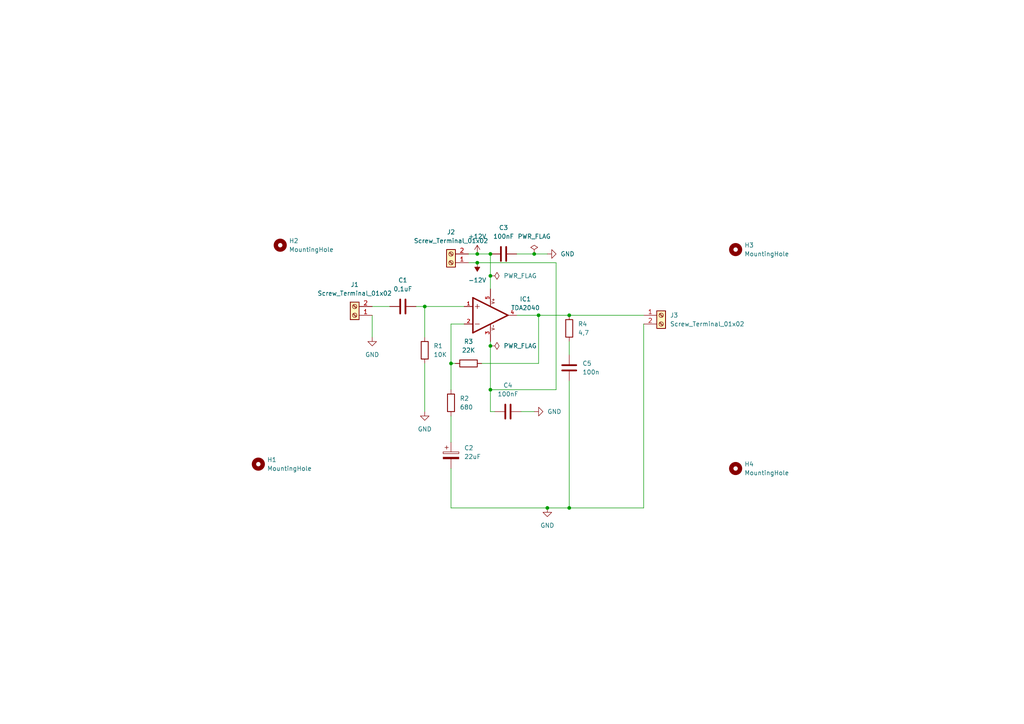
<source format=kicad_sch>
(kicad_sch (version 20211123) (generator eeschema)

  (uuid 74aa2061-4774-4f4e-ae6a-bf63e0f1464b)

  (paper "A4")

  (lib_symbols
    (symbol "Connector:Screw_Terminal_01x02" (pin_names (offset 1.016) hide) (in_bom yes) (on_board yes)
      (property "Reference" "J" (id 0) (at 0 2.54 0)
        (effects (font (size 1.27 1.27)))
      )
      (property "Value" "Screw_Terminal_01x02" (id 1) (at 0 -5.08 0)
        (effects (font (size 1.27 1.27)))
      )
      (property "Footprint" "" (id 2) (at 0 0 0)
        (effects (font (size 1.27 1.27)) hide)
      )
      (property "Datasheet" "~" (id 3) (at 0 0 0)
        (effects (font (size 1.27 1.27)) hide)
      )
      (property "ki_keywords" "screw terminal" (id 4) (at 0 0 0)
        (effects (font (size 1.27 1.27)) hide)
      )
      (property "ki_description" "Generic screw terminal, single row, 01x02, script generated (kicad-library-utils/schlib/autogen/connector/)" (id 5) (at 0 0 0)
        (effects (font (size 1.27 1.27)) hide)
      )
      (property "ki_fp_filters" "TerminalBlock*:*" (id 6) (at 0 0 0)
        (effects (font (size 1.27 1.27)) hide)
      )
      (symbol "Screw_Terminal_01x02_1_1"
        (rectangle (start -1.27 1.27) (end 1.27 -3.81)
          (stroke (width 0.254) (type default) (color 0 0 0 0))
          (fill (type background))
        )
        (circle (center 0 -2.54) (radius 0.635)
          (stroke (width 0.1524) (type default) (color 0 0 0 0))
          (fill (type none))
        )
        (polyline
          (pts
            (xy -0.5334 -2.2098)
            (xy 0.3302 -3.048)
          )
          (stroke (width 0.1524) (type default) (color 0 0 0 0))
          (fill (type none))
        )
        (polyline
          (pts
            (xy -0.5334 0.3302)
            (xy 0.3302 -0.508)
          )
          (stroke (width 0.1524) (type default) (color 0 0 0 0))
          (fill (type none))
        )
        (polyline
          (pts
            (xy -0.3556 -2.032)
            (xy 0.508 -2.8702)
          )
          (stroke (width 0.1524) (type default) (color 0 0 0 0))
          (fill (type none))
        )
        (polyline
          (pts
            (xy -0.3556 0.508)
            (xy 0.508 -0.3302)
          )
          (stroke (width 0.1524) (type default) (color 0 0 0 0))
          (fill (type none))
        )
        (circle (center 0 0) (radius 0.635)
          (stroke (width 0.1524) (type default) (color 0 0 0 0))
          (fill (type none))
        )
        (pin passive line (at -5.08 0 0) (length 3.81)
          (name "Pin_1" (effects (font (size 1.27 1.27))))
          (number "1" (effects (font (size 1.27 1.27))))
        )
        (pin passive line (at -5.08 -2.54 0) (length 3.81)
          (name "Pin_2" (effects (font (size 1.27 1.27))))
          (number "2" (effects (font (size 1.27 1.27))))
        )
      )
    )
    (symbol "Device:C" (pin_numbers hide) (pin_names (offset 0.254)) (in_bom yes) (on_board yes)
      (property "Reference" "C" (id 0) (at 0.635 2.54 0)
        (effects (font (size 1.27 1.27)) (justify left))
      )
      (property "Value" "C" (id 1) (at 0.635 -2.54 0)
        (effects (font (size 1.27 1.27)) (justify left))
      )
      (property "Footprint" "" (id 2) (at 0.9652 -3.81 0)
        (effects (font (size 1.27 1.27)) hide)
      )
      (property "Datasheet" "~" (id 3) (at 0 0 0)
        (effects (font (size 1.27 1.27)) hide)
      )
      (property "ki_keywords" "cap capacitor" (id 4) (at 0 0 0)
        (effects (font (size 1.27 1.27)) hide)
      )
      (property "ki_description" "Unpolarized capacitor" (id 5) (at 0 0 0)
        (effects (font (size 1.27 1.27)) hide)
      )
      (property "ki_fp_filters" "C_*" (id 6) (at 0 0 0)
        (effects (font (size 1.27 1.27)) hide)
      )
      (symbol "C_0_1"
        (polyline
          (pts
            (xy -2.032 -0.762)
            (xy 2.032 -0.762)
          )
          (stroke (width 0.508) (type default) (color 0 0 0 0))
          (fill (type none))
        )
        (polyline
          (pts
            (xy -2.032 0.762)
            (xy 2.032 0.762)
          )
          (stroke (width 0.508) (type default) (color 0 0 0 0))
          (fill (type none))
        )
      )
      (symbol "C_1_1"
        (pin passive line (at 0 3.81 270) (length 2.794)
          (name "~" (effects (font (size 1.27 1.27))))
          (number "1" (effects (font (size 1.27 1.27))))
        )
        (pin passive line (at 0 -3.81 90) (length 2.794)
          (name "~" (effects (font (size 1.27 1.27))))
          (number "2" (effects (font (size 1.27 1.27))))
        )
      )
    )
    (symbol "Device:C_Polarized" (pin_numbers hide) (pin_names (offset 0.254)) (in_bom yes) (on_board yes)
      (property "Reference" "C" (id 0) (at 0.635 2.54 0)
        (effects (font (size 1.27 1.27)) (justify left))
      )
      (property "Value" "C_Polarized" (id 1) (at 0.635 -2.54 0)
        (effects (font (size 1.27 1.27)) (justify left))
      )
      (property "Footprint" "" (id 2) (at 0.9652 -3.81 0)
        (effects (font (size 1.27 1.27)) hide)
      )
      (property "Datasheet" "~" (id 3) (at 0 0 0)
        (effects (font (size 1.27 1.27)) hide)
      )
      (property "ki_keywords" "cap capacitor" (id 4) (at 0 0 0)
        (effects (font (size 1.27 1.27)) hide)
      )
      (property "ki_description" "Polarized capacitor" (id 5) (at 0 0 0)
        (effects (font (size 1.27 1.27)) hide)
      )
      (property "ki_fp_filters" "CP_*" (id 6) (at 0 0 0)
        (effects (font (size 1.27 1.27)) hide)
      )
      (symbol "C_Polarized_0_1"
        (rectangle (start -2.286 0.508) (end 2.286 1.016)
          (stroke (width 0) (type default) (color 0 0 0 0))
          (fill (type none))
        )
        (polyline
          (pts
            (xy -1.778 2.286)
            (xy -0.762 2.286)
          )
          (stroke (width 0) (type default) (color 0 0 0 0))
          (fill (type none))
        )
        (polyline
          (pts
            (xy -1.27 2.794)
            (xy -1.27 1.778)
          )
          (stroke (width 0) (type default) (color 0 0 0 0))
          (fill (type none))
        )
        (rectangle (start 2.286 -0.508) (end -2.286 -1.016)
          (stroke (width 0) (type default) (color 0 0 0 0))
          (fill (type outline))
        )
      )
      (symbol "C_Polarized_1_1"
        (pin passive line (at 0 3.81 270) (length 2.794)
          (name "~" (effects (font (size 1.27 1.27))))
          (number "1" (effects (font (size 1.27 1.27))))
        )
        (pin passive line (at 0 -3.81 90) (length 2.794)
          (name "~" (effects (font (size 1.27 1.27))))
          (number "2" (effects (font (size 1.27 1.27))))
        )
      )
    )
    (symbol "Device:R" (pin_numbers hide) (pin_names (offset 0)) (in_bom yes) (on_board yes)
      (property "Reference" "R" (id 0) (at 2.032 0 90)
        (effects (font (size 1.27 1.27)))
      )
      (property "Value" "R" (id 1) (at 0 0 90)
        (effects (font (size 1.27 1.27)))
      )
      (property "Footprint" "" (id 2) (at -1.778 0 90)
        (effects (font (size 1.27 1.27)) hide)
      )
      (property "Datasheet" "~" (id 3) (at 0 0 0)
        (effects (font (size 1.27 1.27)) hide)
      )
      (property "ki_keywords" "R res resistor" (id 4) (at 0 0 0)
        (effects (font (size 1.27 1.27)) hide)
      )
      (property "ki_description" "Resistor" (id 5) (at 0 0 0)
        (effects (font (size 1.27 1.27)) hide)
      )
      (property "ki_fp_filters" "R_*" (id 6) (at 0 0 0)
        (effects (font (size 1.27 1.27)) hide)
      )
      (symbol "R_0_1"
        (rectangle (start -1.016 -2.54) (end 1.016 2.54)
          (stroke (width 0.254) (type default) (color 0 0 0 0))
          (fill (type none))
        )
      )
      (symbol "R_1_1"
        (pin passive line (at 0 3.81 270) (length 1.27)
          (name "~" (effects (font (size 1.27 1.27))))
          (number "1" (effects (font (size 1.27 1.27))))
        )
        (pin passive line (at 0 -3.81 90) (length 1.27)
          (name "~" (effects (font (size 1.27 1.27))))
          (number "2" (effects (font (size 1.27 1.27))))
        )
      )
    )
    (symbol "Mechanical:MountingHole" (pin_names (offset 1.016)) (in_bom yes) (on_board yes)
      (property "Reference" "H" (id 0) (at 0 5.08 0)
        (effects (font (size 1.27 1.27)))
      )
      (property "Value" "MountingHole" (id 1) (at 0 3.175 0)
        (effects (font (size 1.27 1.27)))
      )
      (property "Footprint" "" (id 2) (at 0 0 0)
        (effects (font (size 1.27 1.27)) hide)
      )
      (property "Datasheet" "~" (id 3) (at 0 0 0)
        (effects (font (size 1.27 1.27)) hide)
      )
      (property "ki_keywords" "mounting hole" (id 4) (at 0 0 0)
        (effects (font (size 1.27 1.27)) hide)
      )
      (property "ki_description" "Mounting Hole without connection" (id 5) (at 0 0 0)
        (effects (font (size 1.27 1.27)) hide)
      )
      (property "ki_fp_filters" "MountingHole*" (id 6) (at 0 0 0)
        (effects (font (size 1.27 1.27)) hide)
      )
      (symbol "MountingHole_0_1"
        (circle (center 0 0) (radius 1.27)
          (stroke (width 1.27) (type default) (color 0 0 0 0))
          (fill (type none))
        )
      )
    )
    (symbol "TDA2040:TDA2040" (pin_names (offset 1.016)) (in_bom yes) (on_board yes)
      (property "Reference" "IC" (id 0) (at 2.5449 3.1812 0)
        (effects (font (size 1.27 1.27)) (justify left bottom))
      )
      (property "Value" "TDA2040" (id 1) (at 2.5406 -5.0812 0)
        (effects (font (size 1.27 1.27)) (justify left bottom))
      )
      (property "Footprint" "CB360" (id 2) (at 0 0 0)
        (effects (font (size 1.27 1.27)) (justify bottom) hide)
      )
      (property "Datasheet" "" (id 3) (at 0 0 0)
        (effects (font (size 1.27 1.27)) hide)
      )
      (symbol "TDA2040_0_0"
        (polyline
          (pts
            (xy -5.08 -5.08)
            (xy 5.08 0)
          )
          (stroke (width 0.4064) (type default) (color 0 0 0 0))
          (fill (type none))
        )
        (polyline
          (pts
            (xy -5.08 5.08)
            (xy -5.08 -5.08)
          )
          (stroke (width 0.4064) (type default) (color 0 0 0 0))
          (fill (type none))
        )
        (polyline
          (pts
            (xy -4.445 -2.54)
            (xy -3.175 -2.54)
          )
          (stroke (width 0.1524) (type default) (color 0 0 0 0))
          (fill (type none))
        )
        (polyline
          (pts
            (xy -4.445 2.54)
            (xy -3.175 2.54)
          )
          (stroke (width 0.1524) (type default) (color 0 0 0 0))
          (fill (type none))
        )
        (polyline
          (pts
            (xy -3.81 3.175)
            (xy -3.81 1.905)
          )
          (stroke (width 0.1524) (type default) (color 0 0 0 0))
          (fill (type none))
        )
        (polyline
          (pts
            (xy 5.08 0)
            (xy -5.08 5.08)
          )
          (stroke (width 0.4064) (type default) (color 0 0 0 0))
          (fill (type none))
        )
        (text "V+" (at 1.2706 3.1765 900)
          (effects (font (size 0.8132 0.8132)) (justify left bottom))
        )
        (text "V-" (at 1.2719 -4.4518 900)
          (effects (font (size 0.814 0.814)) (justify left bottom))
        )
        (pin input line (at -7.62 2.54 0) (length 2.54)
          (name "~" (effects (font (size 1.016 1.016))))
          (number "1" (effects (font (size 1.016 1.016))))
        )
        (pin input line (at -7.62 -2.54 0) (length 2.54)
          (name "~" (effects (font (size 1.016 1.016))))
          (number "2" (effects (font (size 1.016 1.016))))
        )
        (pin power_in line (at 0 -7.62 90) (length 5.08)
          (name "~" (effects (font (size 1.016 1.016))))
          (number "3" (effects (font (size 1.016 1.016))))
        )
        (pin output line (at 7.62 0 180) (length 2.54)
          (name "~" (effects (font (size 1.016 1.016))))
          (number "4" (effects (font (size 1.016 1.016))))
        )
        (pin power_in line (at 0 7.62 270) (length 5.08)
          (name "~" (effects (font (size 1.016 1.016))))
          (number "5" (effects (font (size 1.016 1.016))))
        )
      )
    )
    (symbol "power:+12V" (power) (pin_names (offset 0)) (in_bom yes) (on_board yes)
      (property "Reference" "#PWR" (id 0) (at 0 -3.81 0)
        (effects (font (size 1.27 1.27)) hide)
      )
      (property "Value" "+12V" (id 1) (at 0 3.556 0)
        (effects (font (size 1.27 1.27)))
      )
      (property "Footprint" "" (id 2) (at 0 0 0)
        (effects (font (size 1.27 1.27)) hide)
      )
      (property "Datasheet" "" (id 3) (at 0 0 0)
        (effects (font (size 1.27 1.27)) hide)
      )
      (property "ki_keywords" "power-flag" (id 4) (at 0 0 0)
        (effects (font (size 1.27 1.27)) hide)
      )
      (property "ki_description" "Power symbol creates a global label with name \"+12V\"" (id 5) (at 0 0 0)
        (effects (font (size 1.27 1.27)) hide)
      )
      (symbol "+12V_0_1"
        (polyline
          (pts
            (xy -0.762 1.27)
            (xy 0 2.54)
          )
          (stroke (width 0) (type default) (color 0 0 0 0))
          (fill (type none))
        )
        (polyline
          (pts
            (xy 0 0)
            (xy 0 2.54)
          )
          (stroke (width 0) (type default) (color 0 0 0 0))
          (fill (type none))
        )
        (polyline
          (pts
            (xy 0 2.54)
            (xy 0.762 1.27)
          )
          (stroke (width 0) (type default) (color 0 0 0 0))
          (fill (type none))
        )
      )
      (symbol "+12V_1_1"
        (pin power_in line (at 0 0 90) (length 0) hide
          (name "+12V" (effects (font (size 1.27 1.27))))
          (number "1" (effects (font (size 1.27 1.27))))
        )
      )
    )
    (symbol "power:-12V" (power) (pin_names (offset 0)) (in_bom yes) (on_board yes)
      (property "Reference" "#PWR" (id 0) (at 0 2.54 0)
        (effects (font (size 1.27 1.27)) hide)
      )
      (property "Value" "-12V" (id 1) (at 0 3.81 0)
        (effects (font (size 1.27 1.27)))
      )
      (property "Footprint" "" (id 2) (at 0 0 0)
        (effects (font (size 1.27 1.27)) hide)
      )
      (property "Datasheet" "" (id 3) (at 0 0 0)
        (effects (font (size 1.27 1.27)) hide)
      )
      (property "ki_keywords" "power-flag" (id 4) (at 0 0 0)
        (effects (font (size 1.27 1.27)) hide)
      )
      (property "ki_description" "Power symbol creates a global label with name \"-12V\"" (id 5) (at 0 0 0)
        (effects (font (size 1.27 1.27)) hide)
      )
      (symbol "-12V_0_0"
        (pin power_in line (at 0 0 90) (length 0) hide
          (name "-12V" (effects (font (size 1.27 1.27))))
          (number "1" (effects (font (size 1.27 1.27))))
        )
      )
      (symbol "-12V_0_1"
        (polyline
          (pts
            (xy 0 0)
            (xy 0 1.27)
            (xy 0.762 1.27)
            (xy 0 2.54)
            (xy -0.762 1.27)
            (xy 0 1.27)
          )
          (stroke (width 0) (type default) (color 0 0 0 0))
          (fill (type outline))
        )
      )
    )
    (symbol "power:GND" (power) (pin_names (offset 0)) (in_bom yes) (on_board yes)
      (property "Reference" "#PWR" (id 0) (at 0 -6.35 0)
        (effects (font (size 1.27 1.27)) hide)
      )
      (property "Value" "GND" (id 1) (at 0 -3.81 0)
        (effects (font (size 1.27 1.27)))
      )
      (property "Footprint" "" (id 2) (at 0 0 0)
        (effects (font (size 1.27 1.27)) hide)
      )
      (property "Datasheet" "" (id 3) (at 0 0 0)
        (effects (font (size 1.27 1.27)) hide)
      )
      (property "ki_keywords" "power-flag" (id 4) (at 0 0 0)
        (effects (font (size 1.27 1.27)) hide)
      )
      (property "ki_description" "Power symbol creates a global label with name \"GND\" , ground" (id 5) (at 0 0 0)
        (effects (font (size 1.27 1.27)) hide)
      )
      (symbol "GND_0_1"
        (polyline
          (pts
            (xy 0 0)
            (xy 0 -1.27)
            (xy 1.27 -1.27)
            (xy 0 -2.54)
            (xy -1.27 -1.27)
            (xy 0 -1.27)
          )
          (stroke (width 0) (type default) (color 0 0 0 0))
          (fill (type none))
        )
      )
      (symbol "GND_1_1"
        (pin power_in line (at 0 0 270) (length 0) hide
          (name "GND" (effects (font (size 1.27 1.27))))
          (number "1" (effects (font (size 1.27 1.27))))
        )
      )
    )
    (symbol "power:PWR_FLAG" (power) (pin_numbers hide) (pin_names (offset 0) hide) (in_bom yes) (on_board yes)
      (property "Reference" "#FLG" (id 0) (at 0 1.905 0)
        (effects (font (size 1.27 1.27)) hide)
      )
      (property "Value" "PWR_FLAG" (id 1) (at 0 3.81 0)
        (effects (font (size 1.27 1.27)))
      )
      (property "Footprint" "" (id 2) (at 0 0 0)
        (effects (font (size 1.27 1.27)) hide)
      )
      (property "Datasheet" "~" (id 3) (at 0 0 0)
        (effects (font (size 1.27 1.27)) hide)
      )
      (property "ki_keywords" "power-flag" (id 4) (at 0 0 0)
        (effects (font (size 1.27 1.27)) hide)
      )
      (property "ki_description" "Special symbol for telling ERC where power comes from" (id 5) (at 0 0 0)
        (effects (font (size 1.27 1.27)) hide)
      )
      (symbol "PWR_FLAG_0_0"
        (pin power_out line (at 0 0 90) (length 0)
          (name "pwr" (effects (font (size 1.27 1.27))))
          (number "1" (effects (font (size 1.27 1.27))))
        )
      )
      (symbol "PWR_FLAG_0_1"
        (polyline
          (pts
            (xy 0 0)
            (xy 0 1.27)
            (xy -1.016 1.905)
            (xy 0 2.54)
            (xy 1.016 1.905)
            (xy 0 1.27)
          )
          (stroke (width 0) (type default) (color 0 0 0 0))
          (fill (type none))
        )
      )
    )
  )

  (junction (at 158.75 147.32) (diameter 0) (color 0 0 0 0)
    (uuid 2dfc4cbc-fa2c-451a-ac4e-f6697f9bc291)
  )
  (junction (at 165.1 147.32) (diameter 0) (color 0 0 0 0)
    (uuid 3f6fe67f-e130-4bc8-a221-4b2655d9a50a)
  )
  (junction (at 142.24 100.33) (diameter 0) (color 0 0 0 0)
    (uuid 42a137c2-7ac7-40c6-91cf-0c22a4079408)
  )
  (junction (at 154.94 73.66) (diameter 0) (color 0 0 0 0)
    (uuid 450d2e0b-6f40-4a9f-98d3-e5b92b63a822)
  )
  (junction (at 142.24 73.66) (diameter 0) (color 0 0 0 0)
    (uuid 654032c3-98ca-4682-ad7b-dd9bbeb5d485)
  )
  (junction (at 165.1 91.44) (diameter 0) (color 0 0 0 0)
    (uuid 6bc6af37-e688-480b-bc02-0b9cbe3d94a6)
  )
  (junction (at 138.43 76.2) (diameter 0) (color 0 0 0 0)
    (uuid a610a017-7146-4f7f-85ac-85e362d2fba1)
  )
  (junction (at 142.24 80.01) (diameter 0) (color 0 0 0 0)
    (uuid c1cf70b9-5d03-44e7-85c1-c1e9e4926882)
  )
  (junction (at 156.21 91.44) (diameter 0) (color 0 0 0 0)
    (uuid db93277d-f0c2-4c02-a2fa-00ea006e35e1)
  )
  (junction (at 138.43 73.66) (diameter 0) (color 0 0 0 0)
    (uuid eeccfc6d-dcad-48a4-a96c-63cb466c0a35)
  )
  (junction (at 123.19 88.9) (diameter 0) (color 0 0 0 0)
    (uuid f54e0a7f-88e5-4acf-abb9-82d924df8f95)
  )
  (junction (at 130.81 105.41) (diameter 0) (color 0 0 0 0)
    (uuid f8d5bf2a-aefd-4e60-8991-aa6fbee0a41d)
  )
  (junction (at 142.24 113.03) (diameter 0) (color 0 0 0 0)
    (uuid fe419de3-8251-4715-add0-539a571a1959)
  )

  (wire (pts (xy 130.81 147.32) (xy 158.75 147.32))
    (stroke (width 0) (type default) (color 0 0 0 0))
    (uuid 048869c4-8d51-46b0-8324-5332fb916326)
  )
  (wire (pts (xy 156.21 91.44) (xy 149.86 91.44))
    (stroke (width 0) (type default) (color 0 0 0 0))
    (uuid 1497c4ec-29cf-4091-b8d5-0d425051e714)
  )
  (wire (pts (xy 135.89 76.2) (xy 138.43 76.2))
    (stroke (width 0) (type default) (color 0 0 0 0))
    (uuid 21da4de7-f3a9-4fea-adcc-42ea85c3e2ae)
  )
  (wire (pts (xy 130.81 105.41) (xy 130.81 113.03))
    (stroke (width 0) (type default) (color 0 0 0 0))
    (uuid 23772742-2897-4ed1-b5e4-dcfcbf7f74a2)
  )
  (wire (pts (xy 135.89 73.66) (xy 138.43 73.66))
    (stroke (width 0) (type default) (color 0 0 0 0))
    (uuid 2515230c-0dfa-4ca8-8d41-f5142b6ea3c4)
  )
  (wire (pts (xy 151.13 119.38) (xy 154.94 119.38))
    (stroke (width 0) (type default) (color 0 0 0 0))
    (uuid 2cdf74fe-8e8d-422a-9504-4dafce1b09f8)
  )
  (wire (pts (xy 107.95 91.44) (xy 107.95 97.79))
    (stroke (width 0) (type default) (color 0 0 0 0))
    (uuid 2f5594f9-98dd-4c0c-9a00-d30840a8fc38)
  )
  (wire (pts (xy 186.69 93.98) (xy 186.69 147.32))
    (stroke (width 0) (type default) (color 0 0 0 0))
    (uuid 3126693f-5578-42ec-8800-0fa01051f6d6)
  )
  (wire (pts (xy 123.19 88.9) (xy 123.19 97.79))
    (stroke (width 0) (type default) (color 0 0 0 0))
    (uuid 35138bd7-6517-4a0b-94d0-8ef048ac326c)
  )
  (wire (pts (xy 186.69 147.32) (xy 165.1 147.32))
    (stroke (width 0) (type default) (color 0 0 0 0))
    (uuid 367b90f5-ef40-463e-9f6a-940935c6498d)
  )
  (wire (pts (xy 156.21 91.44) (xy 165.1 91.44))
    (stroke (width 0) (type default) (color 0 0 0 0))
    (uuid 40651711-ee4a-4a1c-8c71-53fd5f5d3fab)
  )
  (wire (pts (xy 123.19 88.9) (xy 134.62 88.9))
    (stroke (width 0) (type default) (color 0 0 0 0))
    (uuid 4b2ba14f-1329-4025-a68f-3966d7a80fc0)
  )
  (wire (pts (xy 142.24 73.66) (xy 142.24 80.01))
    (stroke (width 0) (type default) (color 0 0 0 0))
    (uuid 4cdfb1ef-d779-4d7f-8a8a-22cb74102269)
  )
  (wire (pts (xy 130.81 105.41) (xy 130.81 93.98))
    (stroke (width 0) (type default) (color 0 0 0 0))
    (uuid 4df25cea-27de-4c01-8abc-de85b50c8a15)
  )
  (wire (pts (xy 120.65 88.9) (xy 123.19 88.9))
    (stroke (width 0) (type default) (color 0 0 0 0))
    (uuid 4f219311-6ed1-48d4-bd1b-12bf3f6f8c8d)
  )
  (wire (pts (xy 142.24 80.01) (xy 142.24 83.82))
    (stroke (width 0) (type default) (color 0 0 0 0))
    (uuid 594e13bc-36ba-44e0-9c9a-fec47dceb04a)
  )
  (wire (pts (xy 165.1 91.44) (xy 186.69 91.44))
    (stroke (width 0) (type default) (color 0 0 0 0))
    (uuid 65a3b024-ad4b-4599-bdd5-5deb028a5569)
  )
  (wire (pts (xy 138.43 73.66) (xy 142.24 73.66))
    (stroke (width 0) (type default) (color 0 0 0 0))
    (uuid 6d6b6179-4faf-42aa-ae83-a67a2625dd6b)
  )
  (wire (pts (xy 156.21 105.41) (xy 156.21 91.44))
    (stroke (width 0) (type default) (color 0 0 0 0))
    (uuid 6f3736b8-f79c-4c31-8041-cbaeb78da471)
  )
  (wire (pts (xy 123.19 105.41) (xy 123.19 119.38))
    (stroke (width 0) (type default) (color 0 0 0 0))
    (uuid 7186ab8c-8940-4943-a4e3-0bed6b39fb92)
  )
  (wire (pts (xy 142.24 100.33) (xy 142.24 113.03))
    (stroke (width 0) (type default) (color 0 0 0 0))
    (uuid 86bcfab0-eb81-455f-b51f-28ffb619c8bf)
  )
  (wire (pts (xy 139.7 105.41) (xy 156.21 105.41))
    (stroke (width 0) (type default) (color 0 0 0 0))
    (uuid 8c7c4440-b06a-40e3-969a-0adb6af0fd57)
  )
  (wire (pts (xy 130.81 135.89) (xy 130.81 147.32))
    (stroke (width 0) (type default) (color 0 0 0 0))
    (uuid 99731ed4-f3b1-4377-b9a6-78becae5917a)
  )
  (wire (pts (xy 142.24 99.06) (xy 142.24 100.33))
    (stroke (width 0) (type default) (color 0 0 0 0))
    (uuid 9aaa23d8-8f90-476b-ba8f-c5c35a1af27d)
  )
  (wire (pts (xy 132.08 105.41) (xy 130.81 105.41))
    (stroke (width 0) (type default) (color 0 0 0 0))
    (uuid a41a7d38-d998-4f7d-863e-3873bd9666e3)
  )
  (wire (pts (xy 130.81 120.65) (xy 130.81 128.27))
    (stroke (width 0) (type default) (color 0 0 0 0))
    (uuid a7d5494d-9f59-4f88-8210-49e589cd95f8)
  )
  (wire (pts (xy 149.86 73.66) (xy 154.94 73.66))
    (stroke (width 0) (type default) (color 0 0 0 0))
    (uuid aef27360-331b-4ef9-a94d-6990249407fc)
  )
  (wire (pts (xy 142.24 113.03) (xy 142.24 119.38))
    (stroke (width 0) (type default) (color 0 0 0 0))
    (uuid b5db6efb-bc8d-4cd4-b25d-daf41f4aafa4)
  )
  (wire (pts (xy 154.94 73.66) (xy 158.75 73.66))
    (stroke (width 0) (type default) (color 0 0 0 0))
    (uuid b79b160f-24a6-4d43-b734-4332481baa7e)
  )
  (wire (pts (xy 143.51 119.38) (xy 142.24 119.38))
    (stroke (width 0) (type default) (color 0 0 0 0))
    (uuid ce4b725c-8f0f-4ba6-96bb-41afca3965e4)
  )
  (wire (pts (xy 165.1 147.32) (xy 158.75 147.32))
    (stroke (width 0) (type default) (color 0 0 0 0))
    (uuid ddebed10-1aaa-4da7-9d75-738691730298)
  )
  (wire (pts (xy 161.29 76.2) (xy 161.29 113.03))
    (stroke (width 0) (type default) (color 0 0 0 0))
    (uuid e36fda00-9660-4efd-8eca-3f16ecbff8a8)
  )
  (wire (pts (xy 165.1 99.06) (xy 165.1 102.87))
    (stroke (width 0) (type default) (color 0 0 0 0))
    (uuid e5fdaf9d-e868-4ff6-9542-9915b79abdbe)
  )
  (wire (pts (xy 165.1 110.49) (xy 165.1 147.32))
    (stroke (width 0) (type default) (color 0 0 0 0))
    (uuid e878a90a-c275-4403-abbd-7e2340bcc970)
  )
  (wire (pts (xy 107.95 88.9) (xy 113.03 88.9))
    (stroke (width 0) (type default) (color 0 0 0 0))
    (uuid eb515927-9fee-41c8-93f6-9fea47112486)
  )
  (wire (pts (xy 138.43 76.2) (xy 161.29 76.2))
    (stroke (width 0) (type default) (color 0 0 0 0))
    (uuid eeed88c0-cd89-439e-989c-a1b8272265bd)
  )
  (wire (pts (xy 130.81 93.98) (xy 134.62 93.98))
    (stroke (width 0) (type default) (color 0 0 0 0))
    (uuid f04b0df6-c9b7-4639-a279-fc469ed4937d)
  )
  (wire (pts (xy 142.24 113.03) (xy 161.29 113.03))
    (stroke (width 0) (type default) (color 0 0 0 0))
    (uuid f25965c5-2aba-4979-a3cd-a64b34f71332)
  )

  (symbol (lib_id "Mechanical:MountingHole") (at 213.36 135.89 0) (unit 1)
    (in_bom yes) (on_board yes) (fields_autoplaced)
    (uuid 043f329d-45dd-453f-8171-b0ca1cbe0ecf)
    (property "Reference" "H4" (id 0) (at 215.9 134.6199 0)
      (effects (font (size 1.27 1.27)) (justify left))
    )
    (property "Value" "MountingHole" (id 1) (at 215.9 137.1599 0)
      (effects (font (size 1.27 1.27)) (justify left))
    )
    (property "Footprint" "MountingHole:MountingHole_2.2mm_M2_DIN965_Pad" (id 2) (at 213.36 135.89 0)
      (effects (font (size 1.27 1.27)) hide)
    )
    (property "Datasheet" "~" (id 3) (at 213.36 135.89 0)
      (effects (font (size 1.27 1.27)) hide)
    )
  )

  (symbol (lib_id "power:GND") (at 158.75 73.66 90) (unit 1)
    (in_bom yes) (on_board yes) (fields_autoplaced)
    (uuid 1acfeea1-0f5b-47b7-af35-030ec82a8137)
    (property "Reference" "#PWR04" (id 0) (at 165.1 73.66 0)
      (effects (font (size 1.27 1.27)) hide)
    )
    (property "Value" "GND" (id 1) (at 162.56 73.6599 90)
      (effects (font (size 1.27 1.27)) (justify right))
    )
    (property "Footprint" "" (id 2) (at 158.75 73.66 0)
      (effects (font (size 1.27 1.27)) hide)
    )
    (property "Datasheet" "" (id 3) (at 158.75 73.66 0)
      (effects (font (size 1.27 1.27)) hide)
    )
    (pin "1" (uuid 167c42aa-efcd-4e29-96f9-1ebd64efa03f))
  )

  (symbol (lib_id "Device:C") (at 147.32 119.38 270) (unit 1)
    (in_bom yes) (on_board yes) (fields_autoplaced)
    (uuid 21fadd48-cda6-429a-bed5-af149e036853)
    (property "Reference" "C4" (id 0) (at 147.32 111.76 90))
    (property "Value" "100nF" (id 1) (at 147.32 114.3 90))
    (property "Footprint" "Capacitor_SMD:C_0201_0603Metric" (id 2) (at 143.51 120.3452 0)
      (effects (font (size 1.27 1.27)) hide)
    )
    (property "Datasheet" "~" (id 3) (at 147.32 119.38 0)
      (effects (font (size 1.27 1.27)) hide)
    )
    (pin "1" (uuid 7249a2b9-dfcb-4f09-9223-5463598eab19))
    (pin "2" (uuid a6990e02-c943-4a06-a590-9fe89667578b))
  )

  (symbol (lib_id "Device:C") (at 165.1 106.68 0) (unit 1)
    (in_bom yes) (on_board yes) (fields_autoplaced)
    (uuid 26e76184-b905-4e5e-9699-13ae59514202)
    (property "Reference" "C5" (id 0) (at 168.91 105.4099 0)
      (effects (font (size 1.27 1.27)) (justify left))
    )
    (property "Value" "100n" (id 1) (at 168.91 107.9499 0)
      (effects (font (size 1.27 1.27)) (justify left))
    )
    (property "Footprint" "Capacitor_SMD:C_0201_0603Metric" (id 2) (at 166.0652 110.49 0)
      (effects (font (size 1.27 1.27)) hide)
    )
    (property "Datasheet" "~" (id 3) (at 165.1 106.68 0)
      (effects (font (size 1.27 1.27)) hide)
    )
    (pin "1" (uuid 32392738-17af-4840-bc94-485ebe2ffc1f))
    (pin "2" (uuid 3e0edd35-5cfb-4b9a-bb7a-ca011e5e3603))
  )

  (symbol (lib_id "power:GND") (at 107.95 97.79 0) (unit 1)
    (in_bom yes) (on_board yes) (fields_autoplaced)
    (uuid 313efa2d-4d89-492f-9d33-e3884fde23c2)
    (property "Reference" "#PWR01" (id 0) (at 107.95 104.14 0)
      (effects (font (size 1.27 1.27)) hide)
    )
    (property "Value" "GND" (id 1) (at 107.95 102.87 0))
    (property "Footprint" "" (id 2) (at 107.95 97.79 0)
      (effects (font (size 1.27 1.27)) hide)
    )
    (property "Datasheet" "" (id 3) (at 107.95 97.79 0)
      (effects (font (size 1.27 1.27)) hide)
    )
    (pin "1" (uuid 62683c09-eba6-4e83-a177-b0cd07cf733c))
  )

  (symbol (lib_id "Device:R") (at 165.1 95.25 0) (unit 1)
    (in_bom yes) (on_board yes) (fields_autoplaced)
    (uuid 38ccde52-273a-4675-99e0-ddbb7066a57c)
    (property "Reference" "R4" (id 0) (at 167.64 93.9799 0)
      (effects (font (size 1.27 1.27)) (justify left))
    )
    (property "Value" "4,7" (id 1) (at 167.64 96.5199 0)
      (effects (font (size 1.27 1.27)) (justify left))
    )
    (property "Footprint" "Resistor_SMD:R_0201_0603Metric_Pad0.64x0.40mm_HandSolder" (id 2) (at 163.322 95.25 90)
      (effects (font (size 1.27 1.27)) hide)
    )
    (property "Datasheet" "~" (id 3) (at 165.1 95.25 0)
      (effects (font (size 1.27 1.27)) hide)
    )
    (pin "1" (uuid a1216b01-51fe-44ac-9010-d2b9fc721c02))
    (pin "2" (uuid 775b5235-6288-4798-9c57-1152a93926db))
  )

  (symbol (lib_id "power:GND") (at 123.19 119.38 0) (unit 1)
    (in_bom yes) (on_board yes) (fields_autoplaced)
    (uuid 44c83899-0343-4985-a817-4ad43ce8a5ec)
    (property "Reference" "#PWR02" (id 0) (at 123.19 125.73 0)
      (effects (font (size 1.27 1.27)) hide)
    )
    (property "Value" "GND" (id 1) (at 123.19 124.46 0))
    (property "Footprint" "" (id 2) (at 123.19 119.38 0)
      (effects (font (size 1.27 1.27)) hide)
    )
    (property "Datasheet" "" (id 3) (at 123.19 119.38 0)
      (effects (font (size 1.27 1.27)) hide)
    )
    (pin "1" (uuid 32c6d625-f76e-4d2f-9a9c-09cd7ddcb357))
  )

  (symbol (lib_id "Device:R") (at 135.89 105.41 90) (unit 1)
    (in_bom yes) (on_board yes) (fields_autoplaced)
    (uuid 5006fd71-7707-4db4-9d2f-bdaa025f99f1)
    (property "Reference" "R3" (id 0) (at 135.89 99.06 90))
    (property "Value" "22K" (id 1) (at 135.89 101.6 90))
    (property "Footprint" "Resistor_SMD:R_0201_0603Metric" (id 2) (at 135.89 107.188 90)
      (effects (font (size 1.27 1.27)) hide)
    )
    (property "Datasheet" "~" (id 3) (at 135.89 105.41 0)
      (effects (font (size 1.27 1.27)) hide)
    )
    (pin "1" (uuid 139f9c91-982c-44df-b4e2-f37394af4efc))
    (pin "2" (uuid b05f4a83-3f4d-4196-af75-673cea684aa7))
  )

  (symbol (lib_id "Device:C") (at 116.84 88.9 270) (unit 1)
    (in_bom yes) (on_board yes) (fields_autoplaced)
    (uuid 595d3915-4ef0-4f01-82f9-041ac566e67f)
    (property "Reference" "C1" (id 0) (at 116.84 81.28 90))
    (property "Value" "0,1uF" (id 1) (at 116.84 83.82 90))
    (property "Footprint" "Capacitor_SMD:C_0402_1005Metric" (id 2) (at 113.03 89.8652 0)
      (effects (font (size 1.27 1.27)) hide)
    )
    (property "Datasheet" "~" (id 3) (at 116.84 88.9 0)
      (effects (font (size 1.27 1.27)) hide)
    )
    (pin "1" (uuid 6ae69c39-e1a2-47c3-a7ef-1b9a45e9c370))
    (pin "2" (uuid 1d8b56c0-c7ed-4bc6-8481-b6d58cd21f6c))
  )

  (symbol (lib_id "power:GND") (at 158.75 147.32 0) (unit 1)
    (in_bom yes) (on_board yes) (fields_autoplaced)
    (uuid 5ca18b50-e210-4357-93ca-e0f1a6c0e0e7)
    (property "Reference" "#PWR05" (id 0) (at 158.75 153.67 0)
      (effects (font (size 1.27 1.27)) hide)
    )
    (property "Value" "GND" (id 1) (at 158.75 152.4 0))
    (property "Footprint" "" (id 2) (at 158.75 147.32 0)
      (effects (font (size 1.27 1.27)) hide)
    )
    (property "Datasheet" "" (id 3) (at 158.75 147.32 0)
      (effects (font (size 1.27 1.27)) hide)
    )
    (pin "1" (uuid 06b3cf07-0096-4a6b-bd55-2352fe0b4540))
  )

  (symbol (lib_id "Device:C_Polarized") (at 130.81 132.08 0) (unit 1)
    (in_bom yes) (on_board yes) (fields_autoplaced)
    (uuid 609ba08b-ccd7-4a1c-b868-d27669ba8f63)
    (property "Reference" "C2" (id 0) (at 134.62 129.9209 0)
      (effects (font (size 1.27 1.27)) (justify left))
    )
    (property "Value" "22uF" (id 1) (at 134.62 132.4609 0)
      (effects (font (size 1.27 1.27)) (justify left))
    )
    (property "Footprint" "Capacitor_SMD:CP_Elec_3x5.3" (id 2) (at 131.7752 135.89 0)
      (effects (font (size 1.27 1.27)) hide)
    )
    (property "Datasheet" "~" (id 3) (at 130.81 132.08 0)
      (effects (font (size 1.27 1.27)) hide)
    )
    (pin "1" (uuid 9ad6c74a-107e-45b6-b657-17785bcb2291))
    (pin "2" (uuid 463d4a36-b7cf-445c-af3e-f0e94d4d74c2))
  )

  (symbol (lib_id "power:+12V") (at 138.43 73.66 0) (unit 1)
    (in_bom yes) (on_board yes) (fields_autoplaced)
    (uuid 675886e3-1505-4b90-8f20-84d208d1c640)
    (property "Reference" "#PWR?" (id 0) (at 138.43 77.47 0)
      (effects (font (size 1.27 1.27)) hide)
    )
    (property "Value" "+12V" (id 1) (at 138.43 68.58 0))
    (property "Footprint" "" (id 2) (at 138.43 73.66 0)
      (effects (font (size 1.27 1.27)) hide)
    )
    (property "Datasheet" "" (id 3) (at 138.43 73.66 0)
      (effects (font (size 1.27 1.27)) hide)
    )
    (pin "1" (uuid 1de961f2-99ca-474b-80bf-4abed231690e))
  )

  (symbol (lib_id "TDA2040:TDA2040") (at 142.24 91.44 0) (unit 1)
    (in_bom yes) (on_board yes) (fields_autoplaced)
    (uuid 6f9b5527-2760-475a-9cc5-ce1f41380489)
    (property "Reference" "IC1" (id 0) (at 152.4 86.741 0))
    (property "Value" "TDA2040" (id 1) (at 152.4 89.281 0))
    (property "Footprint" "TDA2040:CB360" (id 2) (at 142.24 91.44 0)
      (effects (font (size 1.27 1.27)) (justify bottom) hide)
    )
    (property "Datasheet" "" (id 3) (at 142.24 91.44 0)
      (effects (font (size 1.27 1.27)) hide)
    )
    (pin "1" (uuid cd25c726-8692-4653-a9c9-9fe9c786b270))
    (pin "2" (uuid d7506cc7-7281-435c-824a-f2c390dac8b0))
    (pin "3" (uuid 21bc79a5-73d9-4d69-bbb7-0ca84e86324f))
    (pin "4" (uuid 044ba672-c278-45b8-9ecd-c2b5db23e3d9))
    (pin "5" (uuid a75e5154-0b19-4cb2-beca-508f210c3909))
  )

  (symbol (lib_id "power:PWR_FLAG") (at 142.24 100.33 270) (unit 1)
    (in_bom yes) (on_board yes) (fields_autoplaced)
    (uuid 756374cd-9b9f-4ad9-9ad8-eede53414632)
    (property "Reference" "#FLG0101" (id 0) (at 144.145 100.33 0)
      (effects (font (size 1.27 1.27)) hide)
    )
    (property "Value" "PWR_FLAG" (id 1) (at 146.05 100.3299 90)
      (effects (font (size 1.27 1.27)) (justify left))
    )
    (property "Footprint" "" (id 2) (at 142.24 100.33 0)
      (effects (font (size 1.27 1.27)) hide)
    )
    (property "Datasheet" "~" (id 3) (at 142.24 100.33 0)
      (effects (font (size 1.27 1.27)) hide)
    )
    (pin "1" (uuid 021c3a54-7e51-48a2-95ed-16747f950ac9))
  )

  (symbol (lib_id "Device:C") (at 146.05 73.66 270) (unit 1)
    (in_bom yes) (on_board yes) (fields_autoplaced)
    (uuid 7c2d3dfb-1cdb-4f73-9e59-54f60300fbd0)
    (property "Reference" "C3" (id 0) (at 146.05 66.04 90))
    (property "Value" "100nF" (id 1) (at 146.05 68.58 90))
    (property "Footprint" "Capacitor_SMD:C_0201_0603Metric" (id 2) (at 142.24 74.6252 0)
      (effects (font (size 1.27 1.27)) hide)
    )
    (property "Datasheet" "~" (id 3) (at 146.05 73.66 0)
      (effects (font (size 1.27 1.27)) hide)
    )
    (pin "1" (uuid a8955a65-9245-4581-9401-a42fa864b514))
    (pin "2" (uuid f35c3889-d4cc-49a8-b7c2-fa70a4240cc2))
  )

  (symbol (lib_id "power:PWR_FLAG") (at 142.24 80.01 270) (unit 1)
    (in_bom yes) (on_board yes) (fields_autoplaced)
    (uuid 8de44971-8832-402c-9937-bcb38ff30926)
    (property "Reference" "#FLG0102" (id 0) (at 144.145 80.01 0)
      (effects (font (size 1.27 1.27)) hide)
    )
    (property "Value" "PWR_FLAG" (id 1) (at 146.05 80.0099 90)
      (effects (font (size 1.27 1.27)) (justify left))
    )
    (property "Footprint" "" (id 2) (at 142.24 80.01 0)
      (effects (font (size 1.27 1.27)) hide)
    )
    (property "Datasheet" "~" (id 3) (at 142.24 80.01 0)
      (effects (font (size 1.27 1.27)) hide)
    )
    (pin "1" (uuid 0ef0c65c-f7fa-4d9f-8866-f59b127227b8))
  )

  (symbol (lib_id "power:PWR_FLAG") (at 154.94 73.66 0) (unit 1)
    (in_bom yes) (on_board yes) (fields_autoplaced)
    (uuid 98d25f26-6eba-4d5e-b6fa-80b570a70703)
    (property "Reference" "#FLG0103" (id 0) (at 154.94 71.755 0)
      (effects (font (size 1.27 1.27)) hide)
    )
    (property "Value" "PWR_FLAG" (id 1) (at 154.94 68.58 0))
    (property "Footprint" "" (id 2) (at 154.94 73.66 0)
      (effects (font (size 1.27 1.27)) hide)
    )
    (property "Datasheet" "~" (id 3) (at 154.94 73.66 0)
      (effects (font (size 1.27 1.27)) hide)
    )
    (pin "1" (uuid 8d409420-a46c-422f-8ed8-0d8887ad6df6))
  )

  (symbol (lib_id "Device:R") (at 130.81 116.84 0) (unit 1)
    (in_bom yes) (on_board yes) (fields_autoplaced)
    (uuid 9d6c6279-5939-4d14-8d6a-dd132f4a6780)
    (property "Reference" "R2" (id 0) (at 133.35 115.5699 0)
      (effects (font (size 1.27 1.27)) (justify left))
    )
    (property "Value" "680" (id 1) (at 133.35 118.1099 0)
      (effects (font (size 1.27 1.27)) (justify left))
    )
    (property "Footprint" "Resistor_SMD:R_0201_0603Metric_Pad0.64x0.40mm_HandSolder" (id 2) (at 129.032 116.84 90)
      (effects (font (size 1.27 1.27)) hide)
    )
    (property "Datasheet" "~" (id 3) (at 130.81 116.84 0)
      (effects (font (size 1.27 1.27)) hide)
    )
    (pin "1" (uuid 7920b64b-69fd-4350-b781-8d46c68cee58))
    (pin "2" (uuid 1591f32f-1702-492c-bcb1-a0abb792f3b8))
  )

  (symbol (lib_id "Connector:Screw_Terminal_01x02") (at 102.87 91.44 180) (unit 1)
    (in_bom yes) (on_board yes) (fields_autoplaced)
    (uuid a3e9039e-18b7-40a9-be34-1ec547d8015a)
    (property "Reference" "J1" (id 0) (at 102.87 82.55 0))
    (property "Value" "Screw_Terminal_01x02" (id 1) (at 102.87 85.09 0))
    (property "Footprint" "TerminalBlock_Phoenix:TerminalBlock_Phoenix_MKDS-1,5-2-5.08_1x02_P5.08mm_Horizontal" (id 2) (at 102.87 91.44 0)
      (effects (font (size 1.27 1.27)) hide)
    )
    (property "Datasheet" "~" (id 3) (at 102.87 91.44 0)
      (effects (font (size 1.27 1.27)) hide)
    )
    (pin "1" (uuid 9565e16a-c565-43c9-a22b-bfdd6c1f0d2d))
    (pin "2" (uuid dc26b548-973e-41cb-bf28-f46d4f78c4af))
  )

  (symbol (lib_id "Mechanical:MountingHole") (at 213.36 72.39 0) (unit 1)
    (in_bom yes) (on_board yes) (fields_autoplaced)
    (uuid aae10f07-c021-4b30-97c1-006ae3726305)
    (property "Reference" "H3" (id 0) (at 215.9 71.1199 0)
      (effects (font (size 1.27 1.27)) (justify left))
    )
    (property "Value" "MountingHole" (id 1) (at 215.9 73.6599 0)
      (effects (font (size 1.27 1.27)) (justify left))
    )
    (property "Footprint" "MountingHole:MountingHole_2.2mm_M2_DIN965_Pad" (id 2) (at 213.36 72.39 0)
      (effects (font (size 1.27 1.27)) hide)
    )
    (property "Datasheet" "~" (id 3) (at 213.36 72.39 0)
      (effects (font (size 1.27 1.27)) hide)
    )
  )

  (symbol (lib_id "Mechanical:MountingHole") (at 81.28 71.12 0) (unit 1)
    (in_bom yes) (on_board yes) (fields_autoplaced)
    (uuid aed564d3-6346-4cce-89f4-22537c28c588)
    (property "Reference" "H2" (id 0) (at 83.82 69.8499 0)
      (effects (font (size 1.27 1.27)) (justify left))
    )
    (property "Value" "MountingHole" (id 1) (at 83.82 72.3899 0)
      (effects (font (size 1.27 1.27)) (justify left))
    )
    (property "Footprint" "MountingHole:MountingHole_2.2mm_M2_DIN965_Pad" (id 2) (at 81.28 71.12 0)
      (effects (font (size 1.27 1.27)) hide)
    )
    (property "Datasheet" "~" (id 3) (at 81.28 71.12 0)
      (effects (font (size 1.27 1.27)) hide)
    )
  )

  (symbol (lib_id "Device:R") (at 123.19 101.6 0) (unit 1)
    (in_bom yes) (on_board yes) (fields_autoplaced)
    (uuid ce9764d0-80df-44ca-9dc8-8f87699ce3a0)
    (property "Reference" "R1" (id 0) (at 125.73 100.3299 0)
      (effects (font (size 1.27 1.27)) (justify left))
    )
    (property "Value" "10K " (id 1) (at 125.73 102.8699 0)
      (effects (font (size 1.27 1.27)) (justify left))
    )
    (property "Footprint" "Resistor_SMD:R_0402_1005Metric" (id 2) (at 121.412 101.6 90)
      (effects (font (size 1.27 1.27)) hide)
    )
    (property "Datasheet" "~" (id 3) (at 123.19 101.6 0)
      (effects (font (size 1.27 1.27)) hide)
    )
    (pin "1" (uuid efc91015-59ed-47f6-ba4c-30315b157589))
    (pin "2" (uuid 5ee77d3e-6151-4518-9f32-155b192a7c5c))
  )

  (symbol (lib_id "power:GND") (at 154.94 119.38 90) (unit 1)
    (in_bom yes) (on_board yes) (fields_autoplaced)
    (uuid d4ded6f8-0fdc-4100-9e03-618348725386)
    (property "Reference" "#PWR03" (id 0) (at 161.29 119.38 0)
      (effects (font (size 1.27 1.27)) hide)
    )
    (property "Value" "GND" (id 1) (at 158.75 119.3799 90)
      (effects (font (size 1.27 1.27)) (justify right))
    )
    (property "Footprint" "" (id 2) (at 154.94 119.38 0)
      (effects (font (size 1.27 1.27)) hide)
    )
    (property "Datasheet" "" (id 3) (at 154.94 119.38 0)
      (effects (font (size 1.27 1.27)) hide)
    )
    (pin "1" (uuid 368843d5-24ab-4d60-ac7d-f7d3a6535d7b))
  )

  (symbol (lib_id "Mechanical:MountingHole") (at 74.93 134.62 0) (unit 1)
    (in_bom yes) (on_board yes) (fields_autoplaced)
    (uuid d9326ef7-ab6a-4a5e-b662-872eab73e77c)
    (property "Reference" "H1" (id 0) (at 77.47 133.3499 0)
      (effects (font (size 1.27 1.27)) (justify left))
    )
    (property "Value" "MountingHole" (id 1) (at 77.47 135.8899 0)
      (effects (font (size 1.27 1.27)) (justify left))
    )
    (property "Footprint" "MountingHole:MountingHole_2.2mm_M2_DIN965_Pad" (id 2) (at 74.93 134.62 0)
      (effects (font (size 1.27 1.27)) hide)
    )
    (property "Datasheet" "~" (id 3) (at 74.93 134.62 0)
      (effects (font (size 1.27 1.27)) hide)
    )
  )

  (symbol (lib_id "Connector:Screw_Terminal_01x02") (at 130.81 76.2 180) (unit 1)
    (in_bom yes) (on_board yes) (fields_autoplaced)
    (uuid dd22955f-967f-48e3-830f-203f9697ca36)
    (property "Reference" "J2" (id 0) (at 130.81 67.31 0))
    (property "Value" "Screw_Terminal_01x02" (id 1) (at 130.81 69.85 0))
    (property "Footprint" "TerminalBlock_Phoenix:TerminalBlock_Phoenix_MKDS-1,5-2-5.08_1x02_P5.08mm_Horizontal" (id 2) (at 130.81 76.2 0)
      (effects (font (size 1.27 1.27)) hide)
    )
    (property "Datasheet" "~" (id 3) (at 130.81 76.2 0)
      (effects (font (size 1.27 1.27)) hide)
    )
    (pin "1" (uuid 33a1e9a8-559f-4ea9-bb8b-ca7503661816))
    (pin "2" (uuid 5f06de96-46ab-4835-b57c-f54f51682068))
  )

  (symbol (lib_id "power:-12V") (at 138.43 76.2 180) (unit 1)
    (in_bom yes) (on_board yes) (fields_autoplaced)
    (uuid de8292e7-00a3-4c7e-a32d-5d559d5eb994)
    (property "Reference" "#PWR?" (id 0) (at 138.43 78.74 0)
      (effects (font (size 1.27 1.27)) hide)
    )
    (property "Value" "-12V" (id 1) (at 138.43 81.28 0))
    (property "Footprint" "" (id 2) (at 138.43 76.2 0)
      (effects (font (size 1.27 1.27)) hide)
    )
    (property "Datasheet" "" (id 3) (at 138.43 76.2 0)
      (effects (font (size 1.27 1.27)) hide)
    )
    (pin "1" (uuid 7ff53df8-cb3c-429d-8789-a200296f4ab6))
  )

  (symbol (lib_id "Connector:Screw_Terminal_01x02") (at 191.77 91.44 0) (unit 1)
    (in_bom yes) (on_board yes) (fields_autoplaced)
    (uuid ff97770d-512b-450c-b64c-5d88d2a11222)
    (property "Reference" "J3" (id 0) (at 194.31 91.4399 0)
      (effects (font (size 1.27 1.27)) (justify left))
    )
    (property "Value" "Screw_Terminal_01x02" (id 1) (at 194.31 93.9799 0)
      (effects (font (size 1.27 1.27)) (justify left))
    )
    (property "Footprint" "TerminalBlock_Phoenix:TerminalBlock_Phoenix_MKDS-1,5-2-5.08_1x02_P5.08mm_Horizontal" (id 2) (at 191.77 91.44 0)
      (effects (font (size 1.27 1.27)) hide)
    )
    (property "Datasheet" "~" (id 3) (at 191.77 91.44 0)
      (effects (font (size 1.27 1.27)) hide)
    )
    (pin "1" (uuid a0230245-fb34-482a-80fe-1f57b792b83b))
    (pin "2" (uuid d7f251aa-df3d-4f5c-86e4-b88dbe7139e0))
  )

  (sheet_instances
    (path "/" (page "1"))
  )

  (symbol_instances
    (path "/756374cd-9b9f-4ad9-9ad8-eede53414632"
      (reference "#FLG0101") (unit 1) (value "PWR_FLAG") (footprint "")
    )
    (path "/8de44971-8832-402c-9937-bcb38ff30926"
      (reference "#FLG0102") (unit 1) (value "PWR_FLAG") (footprint "")
    )
    (path "/98d25f26-6eba-4d5e-b6fa-80b570a70703"
      (reference "#FLG0103") (unit 1) (value "PWR_FLAG") (footprint "")
    )
    (path "/313efa2d-4d89-492f-9d33-e3884fde23c2"
      (reference "#PWR01") (unit 1) (value "GND") (footprint "")
    )
    (path "/44c83899-0343-4985-a817-4ad43ce8a5ec"
      (reference "#PWR02") (unit 1) (value "GND") (footprint "")
    )
    (path "/d4ded6f8-0fdc-4100-9e03-618348725386"
      (reference "#PWR03") (unit 1) (value "GND") (footprint "")
    )
    (path "/1acfeea1-0f5b-47b7-af35-030ec82a8137"
      (reference "#PWR04") (unit 1) (value "GND") (footprint "")
    )
    (path "/5ca18b50-e210-4357-93ca-e0f1a6c0e0e7"
      (reference "#PWR05") (unit 1) (value "GND") (footprint "")
    )
    (path "/675886e3-1505-4b90-8f20-84d208d1c640"
      (reference "#PWR?") (unit 1) (value "+12V") (footprint "")
    )
    (path "/de8292e7-00a3-4c7e-a32d-5d559d5eb994"
      (reference "#PWR?") (unit 1) (value "-12V") (footprint "")
    )
    (path "/595d3915-4ef0-4f01-82f9-041ac566e67f"
      (reference "C1") (unit 1) (value "0,1uF") (footprint "Capacitor_SMD:C_0402_1005Metric")
    )
    (path "/609ba08b-ccd7-4a1c-b868-d27669ba8f63"
      (reference "C2") (unit 1) (value "22uF") (footprint "Capacitor_SMD:CP_Elec_3x5.3")
    )
    (path "/7c2d3dfb-1cdb-4f73-9e59-54f60300fbd0"
      (reference "C3") (unit 1) (value "100nF") (footprint "Capacitor_SMD:C_0201_0603Metric")
    )
    (path "/21fadd48-cda6-429a-bed5-af149e036853"
      (reference "C4") (unit 1) (value "100nF") (footprint "Capacitor_SMD:C_0201_0603Metric")
    )
    (path "/26e76184-b905-4e5e-9699-13ae59514202"
      (reference "C5") (unit 1) (value "100n") (footprint "Capacitor_SMD:C_0201_0603Metric")
    )
    (path "/d9326ef7-ab6a-4a5e-b662-872eab73e77c"
      (reference "H1") (unit 1) (value "MountingHole") (footprint "MountingHole:MountingHole_2.2mm_M2_DIN965_Pad")
    )
    (path "/aed564d3-6346-4cce-89f4-22537c28c588"
      (reference "H2") (unit 1) (value "MountingHole") (footprint "MountingHole:MountingHole_2.2mm_M2_DIN965_Pad")
    )
    (path "/aae10f07-c021-4b30-97c1-006ae3726305"
      (reference "H3") (unit 1) (value "MountingHole") (footprint "MountingHole:MountingHole_2.2mm_M2_DIN965_Pad")
    )
    (path "/043f329d-45dd-453f-8171-b0ca1cbe0ecf"
      (reference "H4") (unit 1) (value "MountingHole") (footprint "MountingHole:MountingHole_2.2mm_M2_DIN965_Pad")
    )
    (path "/6f9b5527-2760-475a-9cc5-ce1f41380489"
      (reference "IC1") (unit 1) (value "TDA2040") (footprint "TDA2040:CB360")
    )
    (path "/a3e9039e-18b7-40a9-be34-1ec547d8015a"
      (reference "J1") (unit 1) (value "Screw_Terminal_01x02") (footprint "TerminalBlock_Phoenix:TerminalBlock_Phoenix_MKDS-1,5-2-5.08_1x02_P5.08mm_Horizontal")
    )
    (path "/dd22955f-967f-48e3-830f-203f9697ca36"
      (reference "J2") (unit 1) (value "Screw_Terminal_01x02") (footprint "TerminalBlock_Phoenix:TerminalBlock_Phoenix_MKDS-1,5-2-5.08_1x02_P5.08mm_Horizontal")
    )
    (path "/ff97770d-512b-450c-b64c-5d88d2a11222"
      (reference "J3") (unit 1) (value "Screw_Terminal_01x02") (footprint "TerminalBlock_Phoenix:TerminalBlock_Phoenix_MKDS-1,5-2-5.08_1x02_P5.08mm_Horizontal")
    )
    (path "/ce9764d0-80df-44ca-9dc8-8f87699ce3a0"
      (reference "R1") (unit 1) (value "10K ") (footprint "Resistor_SMD:R_0402_1005Metric")
    )
    (path "/9d6c6279-5939-4d14-8d6a-dd132f4a6780"
      (reference "R2") (unit 1) (value "680") (footprint "Resistor_SMD:R_0201_0603Metric_Pad0.64x0.40mm_HandSolder")
    )
    (path "/5006fd71-7707-4db4-9d2f-bdaa025f99f1"
      (reference "R3") (unit 1) (value "22K") (footprint "Resistor_SMD:R_0201_0603Metric")
    )
    (path "/38ccde52-273a-4675-99e0-ddbb7066a57c"
      (reference "R4") (unit 1) (value "4,7") (footprint "Resistor_SMD:R_0201_0603Metric_Pad0.64x0.40mm_HandSolder")
    )
  )
)

</source>
